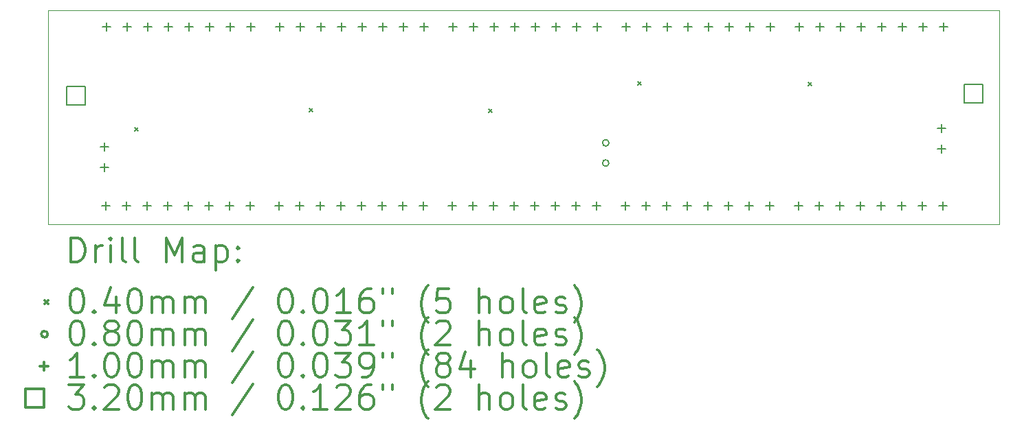
<source format=gbr>
%FSLAX45Y45*%
G04 Gerber Fmt 4.5, Leading zero omitted, Abs format (unit mm)*
G04 Created by KiCad (PCBNEW (5.1.8)-1) date 2021-04-28 16:51:16*
%MOMM*%
%LPD*%
G01*
G04 APERTURE LIST*
%TA.AperFunction,Profile*%
%ADD10C,0.050000*%
%TD*%
%ADD11C,0.200000*%
%ADD12C,0.300000*%
G04 APERTURE END LIST*
D10*
X16611600Y-10756900D02*
X4889500Y-10756900D01*
X4889500Y-8115300D02*
X4889500Y-10756900D01*
X16611600Y-8115300D02*
X4889500Y-8115300D01*
X16611600Y-10756900D02*
X16611600Y-8115300D01*
D11*
X5961700Y-9568500D02*
X6001700Y-9608500D01*
X6001700Y-9568500D02*
X5961700Y-9608500D01*
X8108000Y-9327200D02*
X8148000Y-9367200D01*
X8148000Y-9327200D02*
X8108000Y-9367200D01*
X10317800Y-9339900D02*
X10357800Y-9379900D01*
X10357800Y-9339900D02*
X10317800Y-9379900D01*
X12159300Y-8997000D02*
X12199300Y-9037000D01*
X12199300Y-8997000D02*
X12159300Y-9037000D01*
X14254800Y-9009700D02*
X14294800Y-9049700D01*
X14294800Y-9009700D02*
X14254800Y-9049700D01*
X11800200Y-9753600D02*
G75*
G03*
X11800200Y-9753600I-40000J0D01*
G01*
X11800200Y-10003600D02*
G75*
G03*
X11800200Y-10003600I-40000J0D01*
G01*
X9867900Y-10478300D02*
X9867900Y-10578300D01*
X9817900Y-10528300D02*
X9917900Y-10528300D01*
X10121900Y-10478300D02*
X10121900Y-10578300D01*
X10071900Y-10528300D02*
X10171900Y-10528300D01*
X10375900Y-10478300D02*
X10375900Y-10578300D01*
X10325900Y-10528300D02*
X10425900Y-10528300D01*
X10629900Y-10478300D02*
X10629900Y-10578300D01*
X10579900Y-10528300D02*
X10679900Y-10528300D01*
X10883900Y-10478300D02*
X10883900Y-10578300D01*
X10833900Y-10528300D02*
X10933900Y-10528300D01*
X11137900Y-10478300D02*
X11137900Y-10578300D01*
X11087900Y-10528300D02*
X11187900Y-10528300D01*
X11391900Y-10478300D02*
X11391900Y-10578300D01*
X11341900Y-10528300D02*
X11441900Y-10528300D01*
X11645900Y-10478300D02*
X11645900Y-10578300D01*
X11595900Y-10528300D02*
X11695900Y-10528300D01*
X12001500Y-10478300D02*
X12001500Y-10578300D01*
X11951500Y-10528300D02*
X12051500Y-10528300D01*
X12255500Y-10478300D02*
X12255500Y-10578300D01*
X12205500Y-10528300D02*
X12305500Y-10528300D01*
X12509500Y-10478300D02*
X12509500Y-10578300D01*
X12459500Y-10528300D02*
X12559500Y-10528300D01*
X12763500Y-10478300D02*
X12763500Y-10578300D01*
X12713500Y-10528300D02*
X12813500Y-10528300D01*
X13017500Y-10478300D02*
X13017500Y-10578300D01*
X12967500Y-10528300D02*
X13067500Y-10528300D01*
X13271500Y-10478300D02*
X13271500Y-10578300D01*
X13221500Y-10528300D02*
X13321500Y-10528300D01*
X13525500Y-10478300D02*
X13525500Y-10578300D01*
X13475500Y-10528300D02*
X13575500Y-10528300D01*
X13779500Y-10478300D02*
X13779500Y-10578300D01*
X13729500Y-10528300D02*
X13829500Y-10528300D01*
X14147800Y-8268500D02*
X14147800Y-8368500D01*
X14097800Y-8318500D02*
X14197800Y-8318500D01*
X14401800Y-8268500D02*
X14401800Y-8368500D01*
X14351800Y-8318500D02*
X14451800Y-8318500D01*
X14655800Y-8268500D02*
X14655800Y-8368500D01*
X14605800Y-8318500D02*
X14705800Y-8318500D01*
X14909800Y-8268500D02*
X14909800Y-8368500D01*
X14859800Y-8318500D02*
X14959800Y-8318500D01*
X15163800Y-8268500D02*
X15163800Y-8368500D01*
X15113800Y-8318500D02*
X15213800Y-8318500D01*
X15417800Y-8268500D02*
X15417800Y-8368500D01*
X15367800Y-8318500D02*
X15467800Y-8318500D01*
X15671800Y-8268500D02*
X15671800Y-8368500D01*
X15621800Y-8318500D02*
X15721800Y-8318500D01*
X15925800Y-8268500D02*
X15925800Y-8368500D01*
X15875800Y-8318500D02*
X15975800Y-8318500D01*
X7747000Y-8268500D02*
X7747000Y-8368500D01*
X7697000Y-8318500D02*
X7797000Y-8318500D01*
X8001000Y-8268500D02*
X8001000Y-8368500D01*
X7951000Y-8318500D02*
X8051000Y-8318500D01*
X8255000Y-8268500D02*
X8255000Y-8368500D01*
X8205000Y-8318500D02*
X8305000Y-8318500D01*
X8509000Y-8268500D02*
X8509000Y-8368500D01*
X8459000Y-8318500D02*
X8559000Y-8318500D01*
X8763000Y-8268500D02*
X8763000Y-8368500D01*
X8713000Y-8318500D02*
X8813000Y-8318500D01*
X9017000Y-8268500D02*
X9017000Y-8368500D01*
X8967000Y-8318500D02*
X9067000Y-8318500D01*
X9271000Y-8268500D02*
X9271000Y-8368500D01*
X9221000Y-8318500D02*
X9321000Y-8318500D01*
X9525000Y-8268500D02*
X9525000Y-8368500D01*
X9475000Y-8318500D02*
X9575000Y-8318500D01*
X9880600Y-8268500D02*
X9880600Y-8368500D01*
X9830600Y-8318500D02*
X9930600Y-8318500D01*
X10134600Y-8268500D02*
X10134600Y-8368500D01*
X10084600Y-8318500D02*
X10184600Y-8318500D01*
X10388600Y-8268500D02*
X10388600Y-8368500D01*
X10338600Y-8318500D02*
X10438600Y-8318500D01*
X10642600Y-8268500D02*
X10642600Y-8368500D01*
X10592600Y-8318500D02*
X10692600Y-8318500D01*
X10896600Y-8268500D02*
X10896600Y-8368500D01*
X10846600Y-8318500D02*
X10946600Y-8318500D01*
X11150600Y-8268500D02*
X11150600Y-8368500D01*
X11100600Y-8318500D02*
X11200600Y-8318500D01*
X11404600Y-8268500D02*
X11404600Y-8368500D01*
X11354600Y-8318500D02*
X11454600Y-8318500D01*
X11658600Y-8268500D02*
X11658600Y-8368500D01*
X11608600Y-8318500D02*
X11708600Y-8318500D01*
X5613400Y-8268500D02*
X5613400Y-8368500D01*
X5563400Y-8318500D02*
X5663400Y-8318500D01*
X5867400Y-8268500D02*
X5867400Y-8368500D01*
X5817400Y-8318500D02*
X5917400Y-8318500D01*
X6121400Y-8268500D02*
X6121400Y-8368500D01*
X6071400Y-8318500D02*
X6171400Y-8318500D01*
X6375400Y-8268500D02*
X6375400Y-8368500D01*
X6325400Y-8318500D02*
X6425400Y-8318500D01*
X6629400Y-8268500D02*
X6629400Y-8368500D01*
X6579400Y-8318500D02*
X6679400Y-8318500D01*
X6883400Y-8268500D02*
X6883400Y-8368500D01*
X6833400Y-8318500D02*
X6933400Y-8318500D01*
X7137400Y-8268500D02*
X7137400Y-8368500D01*
X7087400Y-8318500D02*
X7187400Y-8318500D01*
X7391400Y-8268500D02*
X7391400Y-8368500D01*
X7341400Y-8318500D02*
X7441400Y-8318500D01*
X15900400Y-9525800D02*
X15900400Y-9625800D01*
X15850400Y-9575800D02*
X15950400Y-9575800D01*
X15900400Y-9779800D02*
X15900400Y-9879800D01*
X15850400Y-9829800D02*
X15950400Y-9829800D01*
X12014200Y-8268500D02*
X12014200Y-8368500D01*
X11964200Y-8318500D02*
X12064200Y-8318500D01*
X12268200Y-8268500D02*
X12268200Y-8368500D01*
X12218200Y-8318500D02*
X12318200Y-8318500D01*
X12522200Y-8268500D02*
X12522200Y-8368500D01*
X12472200Y-8318500D02*
X12572200Y-8318500D01*
X12776200Y-8268500D02*
X12776200Y-8368500D01*
X12726200Y-8318500D02*
X12826200Y-8318500D01*
X13030200Y-8268500D02*
X13030200Y-8368500D01*
X12980200Y-8318500D02*
X13080200Y-8318500D01*
X13284200Y-8268500D02*
X13284200Y-8368500D01*
X13234200Y-8318500D02*
X13334200Y-8318500D01*
X13538200Y-8268500D02*
X13538200Y-8368500D01*
X13488200Y-8318500D02*
X13588200Y-8318500D01*
X13792200Y-8268500D02*
X13792200Y-8368500D01*
X13742200Y-8318500D02*
X13842200Y-8318500D01*
X7734300Y-10478300D02*
X7734300Y-10578300D01*
X7684300Y-10528300D02*
X7784300Y-10528300D01*
X7988300Y-10478300D02*
X7988300Y-10578300D01*
X7938300Y-10528300D02*
X8038300Y-10528300D01*
X8242300Y-10478300D02*
X8242300Y-10578300D01*
X8192300Y-10528300D02*
X8292300Y-10528300D01*
X8496300Y-10478300D02*
X8496300Y-10578300D01*
X8446300Y-10528300D02*
X8546300Y-10528300D01*
X8750300Y-10478300D02*
X8750300Y-10578300D01*
X8700300Y-10528300D02*
X8800300Y-10528300D01*
X9004300Y-10478300D02*
X9004300Y-10578300D01*
X8954300Y-10528300D02*
X9054300Y-10528300D01*
X9258300Y-10478300D02*
X9258300Y-10578300D01*
X9208300Y-10528300D02*
X9308300Y-10528300D01*
X9512300Y-10478300D02*
X9512300Y-10578300D01*
X9462300Y-10528300D02*
X9562300Y-10528300D01*
X14135100Y-10478300D02*
X14135100Y-10578300D01*
X14085100Y-10528300D02*
X14185100Y-10528300D01*
X14389100Y-10478300D02*
X14389100Y-10578300D01*
X14339100Y-10528300D02*
X14439100Y-10528300D01*
X14643100Y-10478300D02*
X14643100Y-10578300D01*
X14593100Y-10528300D02*
X14693100Y-10528300D01*
X14897100Y-10478300D02*
X14897100Y-10578300D01*
X14847100Y-10528300D02*
X14947100Y-10528300D01*
X15151100Y-10478300D02*
X15151100Y-10578300D01*
X15101100Y-10528300D02*
X15201100Y-10528300D01*
X15405100Y-10478300D02*
X15405100Y-10578300D01*
X15355100Y-10528300D02*
X15455100Y-10528300D01*
X15659100Y-10478300D02*
X15659100Y-10578300D01*
X15609100Y-10528300D02*
X15709100Y-10528300D01*
X15913100Y-10478300D02*
X15913100Y-10578300D01*
X15863100Y-10528300D02*
X15963100Y-10528300D01*
X5600700Y-10478300D02*
X5600700Y-10578300D01*
X5550700Y-10528300D02*
X5650700Y-10528300D01*
X5854700Y-10478300D02*
X5854700Y-10578300D01*
X5804700Y-10528300D02*
X5904700Y-10528300D01*
X6108700Y-10478300D02*
X6108700Y-10578300D01*
X6058700Y-10528300D02*
X6158700Y-10528300D01*
X6362700Y-10478300D02*
X6362700Y-10578300D01*
X6312700Y-10528300D02*
X6412700Y-10528300D01*
X6616700Y-10478300D02*
X6616700Y-10578300D01*
X6566700Y-10528300D02*
X6666700Y-10528300D01*
X6870700Y-10478300D02*
X6870700Y-10578300D01*
X6820700Y-10528300D02*
X6920700Y-10528300D01*
X7124700Y-10478300D02*
X7124700Y-10578300D01*
X7074700Y-10528300D02*
X7174700Y-10528300D01*
X7378700Y-10478300D02*
X7378700Y-10578300D01*
X7328700Y-10528300D02*
X7428700Y-10528300D01*
X5588000Y-9754400D02*
X5588000Y-9854400D01*
X5538000Y-9804400D02*
X5638000Y-9804400D01*
X5588000Y-10008400D02*
X5588000Y-10108400D01*
X5538000Y-10058400D02*
X5638000Y-10058400D01*
X16407238Y-9257138D02*
X16407238Y-9030862D01*
X16180962Y-9030862D01*
X16180962Y-9257138D01*
X16407238Y-9257138D01*
X5345538Y-9282538D02*
X5345538Y-9056262D01*
X5119262Y-9056262D01*
X5119262Y-9282538D01*
X5345538Y-9282538D01*
D12*
X5173428Y-11225114D02*
X5173428Y-10925114D01*
X5244857Y-10925114D01*
X5287714Y-10939400D01*
X5316286Y-10967972D01*
X5330571Y-10996543D01*
X5344857Y-11053686D01*
X5344857Y-11096543D01*
X5330571Y-11153686D01*
X5316286Y-11182257D01*
X5287714Y-11210829D01*
X5244857Y-11225114D01*
X5173428Y-11225114D01*
X5473428Y-11225114D02*
X5473428Y-11025114D01*
X5473428Y-11082257D02*
X5487714Y-11053686D01*
X5502000Y-11039400D01*
X5530571Y-11025114D01*
X5559143Y-11025114D01*
X5659143Y-11225114D02*
X5659143Y-11025114D01*
X5659143Y-10925114D02*
X5644857Y-10939400D01*
X5659143Y-10953686D01*
X5673428Y-10939400D01*
X5659143Y-10925114D01*
X5659143Y-10953686D01*
X5844857Y-11225114D02*
X5816286Y-11210829D01*
X5802000Y-11182257D01*
X5802000Y-10925114D01*
X6002000Y-11225114D02*
X5973428Y-11210829D01*
X5959143Y-11182257D01*
X5959143Y-10925114D01*
X6344857Y-11225114D02*
X6344857Y-10925114D01*
X6444857Y-11139400D01*
X6544857Y-10925114D01*
X6544857Y-11225114D01*
X6816286Y-11225114D02*
X6816286Y-11067972D01*
X6802000Y-11039400D01*
X6773428Y-11025114D01*
X6716286Y-11025114D01*
X6687714Y-11039400D01*
X6816286Y-11210829D02*
X6787714Y-11225114D01*
X6716286Y-11225114D01*
X6687714Y-11210829D01*
X6673428Y-11182257D01*
X6673428Y-11153686D01*
X6687714Y-11125114D01*
X6716286Y-11110829D01*
X6787714Y-11110829D01*
X6816286Y-11096543D01*
X6959143Y-11025114D02*
X6959143Y-11325114D01*
X6959143Y-11039400D02*
X6987714Y-11025114D01*
X7044857Y-11025114D01*
X7073428Y-11039400D01*
X7087714Y-11053686D01*
X7102000Y-11082257D01*
X7102000Y-11167972D01*
X7087714Y-11196543D01*
X7073428Y-11210829D01*
X7044857Y-11225114D01*
X6987714Y-11225114D01*
X6959143Y-11210829D01*
X7230571Y-11196543D02*
X7244857Y-11210829D01*
X7230571Y-11225114D01*
X7216286Y-11210829D01*
X7230571Y-11196543D01*
X7230571Y-11225114D01*
X7230571Y-11039400D02*
X7244857Y-11053686D01*
X7230571Y-11067972D01*
X7216286Y-11053686D01*
X7230571Y-11039400D01*
X7230571Y-11067972D01*
X4847000Y-11699400D02*
X4887000Y-11739400D01*
X4887000Y-11699400D02*
X4847000Y-11739400D01*
X5230571Y-11555114D02*
X5259143Y-11555114D01*
X5287714Y-11569400D01*
X5302000Y-11583686D01*
X5316286Y-11612257D01*
X5330571Y-11669400D01*
X5330571Y-11740829D01*
X5316286Y-11797971D01*
X5302000Y-11826543D01*
X5287714Y-11840829D01*
X5259143Y-11855114D01*
X5230571Y-11855114D01*
X5202000Y-11840829D01*
X5187714Y-11826543D01*
X5173428Y-11797971D01*
X5159143Y-11740829D01*
X5159143Y-11669400D01*
X5173428Y-11612257D01*
X5187714Y-11583686D01*
X5202000Y-11569400D01*
X5230571Y-11555114D01*
X5459143Y-11826543D02*
X5473428Y-11840829D01*
X5459143Y-11855114D01*
X5444857Y-11840829D01*
X5459143Y-11826543D01*
X5459143Y-11855114D01*
X5730571Y-11655114D02*
X5730571Y-11855114D01*
X5659143Y-11540829D02*
X5587714Y-11755114D01*
X5773428Y-11755114D01*
X5944857Y-11555114D02*
X5973428Y-11555114D01*
X6002000Y-11569400D01*
X6016286Y-11583686D01*
X6030571Y-11612257D01*
X6044857Y-11669400D01*
X6044857Y-11740829D01*
X6030571Y-11797971D01*
X6016286Y-11826543D01*
X6002000Y-11840829D01*
X5973428Y-11855114D01*
X5944857Y-11855114D01*
X5916286Y-11840829D01*
X5902000Y-11826543D01*
X5887714Y-11797971D01*
X5873428Y-11740829D01*
X5873428Y-11669400D01*
X5887714Y-11612257D01*
X5902000Y-11583686D01*
X5916286Y-11569400D01*
X5944857Y-11555114D01*
X6173428Y-11855114D02*
X6173428Y-11655114D01*
X6173428Y-11683686D02*
X6187714Y-11669400D01*
X6216286Y-11655114D01*
X6259143Y-11655114D01*
X6287714Y-11669400D01*
X6302000Y-11697971D01*
X6302000Y-11855114D01*
X6302000Y-11697971D02*
X6316286Y-11669400D01*
X6344857Y-11655114D01*
X6387714Y-11655114D01*
X6416286Y-11669400D01*
X6430571Y-11697971D01*
X6430571Y-11855114D01*
X6573428Y-11855114D02*
X6573428Y-11655114D01*
X6573428Y-11683686D02*
X6587714Y-11669400D01*
X6616286Y-11655114D01*
X6659143Y-11655114D01*
X6687714Y-11669400D01*
X6702000Y-11697971D01*
X6702000Y-11855114D01*
X6702000Y-11697971D02*
X6716286Y-11669400D01*
X6744857Y-11655114D01*
X6787714Y-11655114D01*
X6816286Y-11669400D01*
X6830571Y-11697971D01*
X6830571Y-11855114D01*
X7416286Y-11540829D02*
X7159143Y-11926543D01*
X7802000Y-11555114D02*
X7830571Y-11555114D01*
X7859143Y-11569400D01*
X7873428Y-11583686D01*
X7887714Y-11612257D01*
X7902000Y-11669400D01*
X7902000Y-11740829D01*
X7887714Y-11797971D01*
X7873428Y-11826543D01*
X7859143Y-11840829D01*
X7830571Y-11855114D01*
X7802000Y-11855114D01*
X7773428Y-11840829D01*
X7759143Y-11826543D01*
X7744857Y-11797971D01*
X7730571Y-11740829D01*
X7730571Y-11669400D01*
X7744857Y-11612257D01*
X7759143Y-11583686D01*
X7773428Y-11569400D01*
X7802000Y-11555114D01*
X8030571Y-11826543D02*
X8044857Y-11840829D01*
X8030571Y-11855114D01*
X8016286Y-11840829D01*
X8030571Y-11826543D01*
X8030571Y-11855114D01*
X8230571Y-11555114D02*
X8259143Y-11555114D01*
X8287714Y-11569400D01*
X8302000Y-11583686D01*
X8316286Y-11612257D01*
X8330571Y-11669400D01*
X8330571Y-11740829D01*
X8316286Y-11797971D01*
X8302000Y-11826543D01*
X8287714Y-11840829D01*
X8259143Y-11855114D01*
X8230571Y-11855114D01*
X8202000Y-11840829D01*
X8187714Y-11826543D01*
X8173428Y-11797971D01*
X8159143Y-11740829D01*
X8159143Y-11669400D01*
X8173428Y-11612257D01*
X8187714Y-11583686D01*
X8202000Y-11569400D01*
X8230571Y-11555114D01*
X8616286Y-11855114D02*
X8444857Y-11855114D01*
X8530571Y-11855114D02*
X8530571Y-11555114D01*
X8502000Y-11597971D01*
X8473428Y-11626543D01*
X8444857Y-11640829D01*
X8873428Y-11555114D02*
X8816286Y-11555114D01*
X8787714Y-11569400D01*
X8773428Y-11583686D01*
X8744857Y-11626543D01*
X8730571Y-11683686D01*
X8730571Y-11797971D01*
X8744857Y-11826543D01*
X8759143Y-11840829D01*
X8787714Y-11855114D01*
X8844857Y-11855114D01*
X8873428Y-11840829D01*
X8887714Y-11826543D01*
X8902000Y-11797971D01*
X8902000Y-11726543D01*
X8887714Y-11697971D01*
X8873428Y-11683686D01*
X8844857Y-11669400D01*
X8787714Y-11669400D01*
X8759143Y-11683686D01*
X8744857Y-11697971D01*
X8730571Y-11726543D01*
X9016286Y-11555114D02*
X9016286Y-11612257D01*
X9130571Y-11555114D02*
X9130571Y-11612257D01*
X9573428Y-11969400D02*
X9559143Y-11955114D01*
X9530571Y-11912257D01*
X9516286Y-11883686D01*
X9502000Y-11840829D01*
X9487714Y-11769400D01*
X9487714Y-11712257D01*
X9502000Y-11640829D01*
X9516286Y-11597971D01*
X9530571Y-11569400D01*
X9559143Y-11526543D01*
X9573428Y-11512257D01*
X9830571Y-11555114D02*
X9687714Y-11555114D01*
X9673428Y-11697971D01*
X9687714Y-11683686D01*
X9716286Y-11669400D01*
X9787714Y-11669400D01*
X9816286Y-11683686D01*
X9830571Y-11697971D01*
X9844857Y-11726543D01*
X9844857Y-11797971D01*
X9830571Y-11826543D01*
X9816286Y-11840829D01*
X9787714Y-11855114D01*
X9716286Y-11855114D01*
X9687714Y-11840829D01*
X9673428Y-11826543D01*
X10202000Y-11855114D02*
X10202000Y-11555114D01*
X10330571Y-11855114D02*
X10330571Y-11697971D01*
X10316286Y-11669400D01*
X10287714Y-11655114D01*
X10244857Y-11655114D01*
X10216286Y-11669400D01*
X10202000Y-11683686D01*
X10516286Y-11855114D02*
X10487714Y-11840829D01*
X10473428Y-11826543D01*
X10459143Y-11797971D01*
X10459143Y-11712257D01*
X10473428Y-11683686D01*
X10487714Y-11669400D01*
X10516286Y-11655114D01*
X10559143Y-11655114D01*
X10587714Y-11669400D01*
X10602000Y-11683686D01*
X10616286Y-11712257D01*
X10616286Y-11797971D01*
X10602000Y-11826543D01*
X10587714Y-11840829D01*
X10559143Y-11855114D01*
X10516286Y-11855114D01*
X10787714Y-11855114D02*
X10759143Y-11840829D01*
X10744857Y-11812257D01*
X10744857Y-11555114D01*
X11016286Y-11840829D02*
X10987714Y-11855114D01*
X10930571Y-11855114D01*
X10902000Y-11840829D01*
X10887714Y-11812257D01*
X10887714Y-11697971D01*
X10902000Y-11669400D01*
X10930571Y-11655114D01*
X10987714Y-11655114D01*
X11016286Y-11669400D01*
X11030571Y-11697971D01*
X11030571Y-11726543D01*
X10887714Y-11755114D01*
X11144857Y-11840829D02*
X11173428Y-11855114D01*
X11230571Y-11855114D01*
X11259143Y-11840829D01*
X11273428Y-11812257D01*
X11273428Y-11797971D01*
X11259143Y-11769400D01*
X11230571Y-11755114D01*
X11187714Y-11755114D01*
X11159143Y-11740829D01*
X11144857Y-11712257D01*
X11144857Y-11697971D01*
X11159143Y-11669400D01*
X11187714Y-11655114D01*
X11230571Y-11655114D01*
X11259143Y-11669400D01*
X11373428Y-11969400D02*
X11387714Y-11955114D01*
X11416286Y-11912257D01*
X11430571Y-11883686D01*
X11444857Y-11840829D01*
X11459143Y-11769400D01*
X11459143Y-11712257D01*
X11444857Y-11640829D01*
X11430571Y-11597971D01*
X11416286Y-11569400D01*
X11387714Y-11526543D01*
X11373428Y-11512257D01*
X4887000Y-12115400D02*
G75*
G03*
X4887000Y-12115400I-40000J0D01*
G01*
X5230571Y-11951114D02*
X5259143Y-11951114D01*
X5287714Y-11965400D01*
X5302000Y-11979686D01*
X5316286Y-12008257D01*
X5330571Y-12065400D01*
X5330571Y-12136829D01*
X5316286Y-12193971D01*
X5302000Y-12222543D01*
X5287714Y-12236829D01*
X5259143Y-12251114D01*
X5230571Y-12251114D01*
X5202000Y-12236829D01*
X5187714Y-12222543D01*
X5173428Y-12193971D01*
X5159143Y-12136829D01*
X5159143Y-12065400D01*
X5173428Y-12008257D01*
X5187714Y-11979686D01*
X5202000Y-11965400D01*
X5230571Y-11951114D01*
X5459143Y-12222543D02*
X5473428Y-12236829D01*
X5459143Y-12251114D01*
X5444857Y-12236829D01*
X5459143Y-12222543D01*
X5459143Y-12251114D01*
X5644857Y-12079686D02*
X5616286Y-12065400D01*
X5602000Y-12051114D01*
X5587714Y-12022543D01*
X5587714Y-12008257D01*
X5602000Y-11979686D01*
X5616286Y-11965400D01*
X5644857Y-11951114D01*
X5702000Y-11951114D01*
X5730571Y-11965400D01*
X5744857Y-11979686D01*
X5759143Y-12008257D01*
X5759143Y-12022543D01*
X5744857Y-12051114D01*
X5730571Y-12065400D01*
X5702000Y-12079686D01*
X5644857Y-12079686D01*
X5616286Y-12093971D01*
X5602000Y-12108257D01*
X5587714Y-12136829D01*
X5587714Y-12193971D01*
X5602000Y-12222543D01*
X5616286Y-12236829D01*
X5644857Y-12251114D01*
X5702000Y-12251114D01*
X5730571Y-12236829D01*
X5744857Y-12222543D01*
X5759143Y-12193971D01*
X5759143Y-12136829D01*
X5744857Y-12108257D01*
X5730571Y-12093971D01*
X5702000Y-12079686D01*
X5944857Y-11951114D02*
X5973428Y-11951114D01*
X6002000Y-11965400D01*
X6016286Y-11979686D01*
X6030571Y-12008257D01*
X6044857Y-12065400D01*
X6044857Y-12136829D01*
X6030571Y-12193971D01*
X6016286Y-12222543D01*
X6002000Y-12236829D01*
X5973428Y-12251114D01*
X5944857Y-12251114D01*
X5916286Y-12236829D01*
X5902000Y-12222543D01*
X5887714Y-12193971D01*
X5873428Y-12136829D01*
X5873428Y-12065400D01*
X5887714Y-12008257D01*
X5902000Y-11979686D01*
X5916286Y-11965400D01*
X5944857Y-11951114D01*
X6173428Y-12251114D02*
X6173428Y-12051114D01*
X6173428Y-12079686D02*
X6187714Y-12065400D01*
X6216286Y-12051114D01*
X6259143Y-12051114D01*
X6287714Y-12065400D01*
X6302000Y-12093971D01*
X6302000Y-12251114D01*
X6302000Y-12093971D02*
X6316286Y-12065400D01*
X6344857Y-12051114D01*
X6387714Y-12051114D01*
X6416286Y-12065400D01*
X6430571Y-12093971D01*
X6430571Y-12251114D01*
X6573428Y-12251114D02*
X6573428Y-12051114D01*
X6573428Y-12079686D02*
X6587714Y-12065400D01*
X6616286Y-12051114D01*
X6659143Y-12051114D01*
X6687714Y-12065400D01*
X6702000Y-12093971D01*
X6702000Y-12251114D01*
X6702000Y-12093971D02*
X6716286Y-12065400D01*
X6744857Y-12051114D01*
X6787714Y-12051114D01*
X6816286Y-12065400D01*
X6830571Y-12093971D01*
X6830571Y-12251114D01*
X7416286Y-11936829D02*
X7159143Y-12322543D01*
X7802000Y-11951114D02*
X7830571Y-11951114D01*
X7859143Y-11965400D01*
X7873428Y-11979686D01*
X7887714Y-12008257D01*
X7902000Y-12065400D01*
X7902000Y-12136829D01*
X7887714Y-12193971D01*
X7873428Y-12222543D01*
X7859143Y-12236829D01*
X7830571Y-12251114D01*
X7802000Y-12251114D01*
X7773428Y-12236829D01*
X7759143Y-12222543D01*
X7744857Y-12193971D01*
X7730571Y-12136829D01*
X7730571Y-12065400D01*
X7744857Y-12008257D01*
X7759143Y-11979686D01*
X7773428Y-11965400D01*
X7802000Y-11951114D01*
X8030571Y-12222543D02*
X8044857Y-12236829D01*
X8030571Y-12251114D01*
X8016286Y-12236829D01*
X8030571Y-12222543D01*
X8030571Y-12251114D01*
X8230571Y-11951114D02*
X8259143Y-11951114D01*
X8287714Y-11965400D01*
X8302000Y-11979686D01*
X8316286Y-12008257D01*
X8330571Y-12065400D01*
X8330571Y-12136829D01*
X8316286Y-12193971D01*
X8302000Y-12222543D01*
X8287714Y-12236829D01*
X8259143Y-12251114D01*
X8230571Y-12251114D01*
X8202000Y-12236829D01*
X8187714Y-12222543D01*
X8173428Y-12193971D01*
X8159143Y-12136829D01*
X8159143Y-12065400D01*
X8173428Y-12008257D01*
X8187714Y-11979686D01*
X8202000Y-11965400D01*
X8230571Y-11951114D01*
X8430571Y-11951114D02*
X8616286Y-11951114D01*
X8516286Y-12065400D01*
X8559143Y-12065400D01*
X8587714Y-12079686D01*
X8602000Y-12093971D01*
X8616286Y-12122543D01*
X8616286Y-12193971D01*
X8602000Y-12222543D01*
X8587714Y-12236829D01*
X8559143Y-12251114D01*
X8473428Y-12251114D01*
X8444857Y-12236829D01*
X8430571Y-12222543D01*
X8902000Y-12251114D02*
X8730571Y-12251114D01*
X8816286Y-12251114D02*
X8816286Y-11951114D01*
X8787714Y-11993971D01*
X8759143Y-12022543D01*
X8730571Y-12036829D01*
X9016286Y-11951114D02*
X9016286Y-12008257D01*
X9130571Y-11951114D02*
X9130571Y-12008257D01*
X9573428Y-12365400D02*
X9559143Y-12351114D01*
X9530571Y-12308257D01*
X9516286Y-12279686D01*
X9502000Y-12236829D01*
X9487714Y-12165400D01*
X9487714Y-12108257D01*
X9502000Y-12036829D01*
X9516286Y-11993971D01*
X9530571Y-11965400D01*
X9559143Y-11922543D01*
X9573428Y-11908257D01*
X9673428Y-11979686D02*
X9687714Y-11965400D01*
X9716286Y-11951114D01*
X9787714Y-11951114D01*
X9816286Y-11965400D01*
X9830571Y-11979686D01*
X9844857Y-12008257D01*
X9844857Y-12036829D01*
X9830571Y-12079686D01*
X9659143Y-12251114D01*
X9844857Y-12251114D01*
X10202000Y-12251114D02*
X10202000Y-11951114D01*
X10330571Y-12251114D02*
X10330571Y-12093971D01*
X10316286Y-12065400D01*
X10287714Y-12051114D01*
X10244857Y-12051114D01*
X10216286Y-12065400D01*
X10202000Y-12079686D01*
X10516286Y-12251114D02*
X10487714Y-12236829D01*
X10473428Y-12222543D01*
X10459143Y-12193971D01*
X10459143Y-12108257D01*
X10473428Y-12079686D01*
X10487714Y-12065400D01*
X10516286Y-12051114D01*
X10559143Y-12051114D01*
X10587714Y-12065400D01*
X10602000Y-12079686D01*
X10616286Y-12108257D01*
X10616286Y-12193971D01*
X10602000Y-12222543D01*
X10587714Y-12236829D01*
X10559143Y-12251114D01*
X10516286Y-12251114D01*
X10787714Y-12251114D02*
X10759143Y-12236829D01*
X10744857Y-12208257D01*
X10744857Y-11951114D01*
X11016286Y-12236829D02*
X10987714Y-12251114D01*
X10930571Y-12251114D01*
X10902000Y-12236829D01*
X10887714Y-12208257D01*
X10887714Y-12093971D01*
X10902000Y-12065400D01*
X10930571Y-12051114D01*
X10987714Y-12051114D01*
X11016286Y-12065400D01*
X11030571Y-12093971D01*
X11030571Y-12122543D01*
X10887714Y-12151114D01*
X11144857Y-12236829D02*
X11173428Y-12251114D01*
X11230571Y-12251114D01*
X11259143Y-12236829D01*
X11273428Y-12208257D01*
X11273428Y-12193971D01*
X11259143Y-12165400D01*
X11230571Y-12151114D01*
X11187714Y-12151114D01*
X11159143Y-12136829D01*
X11144857Y-12108257D01*
X11144857Y-12093971D01*
X11159143Y-12065400D01*
X11187714Y-12051114D01*
X11230571Y-12051114D01*
X11259143Y-12065400D01*
X11373428Y-12365400D02*
X11387714Y-12351114D01*
X11416286Y-12308257D01*
X11430571Y-12279686D01*
X11444857Y-12236829D01*
X11459143Y-12165400D01*
X11459143Y-12108257D01*
X11444857Y-12036829D01*
X11430571Y-11993971D01*
X11416286Y-11965400D01*
X11387714Y-11922543D01*
X11373428Y-11908257D01*
X4837000Y-12461400D02*
X4837000Y-12561400D01*
X4787000Y-12511400D02*
X4887000Y-12511400D01*
X5330571Y-12647114D02*
X5159143Y-12647114D01*
X5244857Y-12647114D02*
X5244857Y-12347114D01*
X5216286Y-12389971D01*
X5187714Y-12418543D01*
X5159143Y-12432829D01*
X5459143Y-12618543D02*
X5473428Y-12632829D01*
X5459143Y-12647114D01*
X5444857Y-12632829D01*
X5459143Y-12618543D01*
X5459143Y-12647114D01*
X5659143Y-12347114D02*
X5687714Y-12347114D01*
X5716286Y-12361400D01*
X5730571Y-12375686D01*
X5744857Y-12404257D01*
X5759143Y-12461400D01*
X5759143Y-12532829D01*
X5744857Y-12589971D01*
X5730571Y-12618543D01*
X5716286Y-12632829D01*
X5687714Y-12647114D01*
X5659143Y-12647114D01*
X5630571Y-12632829D01*
X5616286Y-12618543D01*
X5602000Y-12589971D01*
X5587714Y-12532829D01*
X5587714Y-12461400D01*
X5602000Y-12404257D01*
X5616286Y-12375686D01*
X5630571Y-12361400D01*
X5659143Y-12347114D01*
X5944857Y-12347114D02*
X5973428Y-12347114D01*
X6002000Y-12361400D01*
X6016286Y-12375686D01*
X6030571Y-12404257D01*
X6044857Y-12461400D01*
X6044857Y-12532829D01*
X6030571Y-12589971D01*
X6016286Y-12618543D01*
X6002000Y-12632829D01*
X5973428Y-12647114D01*
X5944857Y-12647114D01*
X5916286Y-12632829D01*
X5902000Y-12618543D01*
X5887714Y-12589971D01*
X5873428Y-12532829D01*
X5873428Y-12461400D01*
X5887714Y-12404257D01*
X5902000Y-12375686D01*
X5916286Y-12361400D01*
X5944857Y-12347114D01*
X6173428Y-12647114D02*
X6173428Y-12447114D01*
X6173428Y-12475686D02*
X6187714Y-12461400D01*
X6216286Y-12447114D01*
X6259143Y-12447114D01*
X6287714Y-12461400D01*
X6302000Y-12489971D01*
X6302000Y-12647114D01*
X6302000Y-12489971D02*
X6316286Y-12461400D01*
X6344857Y-12447114D01*
X6387714Y-12447114D01*
X6416286Y-12461400D01*
X6430571Y-12489971D01*
X6430571Y-12647114D01*
X6573428Y-12647114D02*
X6573428Y-12447114D01*
X6573428Y-12475686D02*
X6587714Y-12461400D01*
X6616286Y-12447114D01*
X6659143Y-12447114D01*
X6687714Y-12461400D01*
X6702000Y-12489971D01*
X6702000Y-12647114D01*
X6702000Y-12489971D02*
X6716286Y-12461400D01*
X6744857Y-12447114D01*
X6787714Y-12447114D01*
X6816286Y-12461400D01*
X6830571Y-12489971D01*
X6830571Y-12647114D01*
X7416286Y-12332829D02*
X7159143Y-12718543D01*
X7802000Y-12347114D02*
X7830571Y-12347114D01*
X7859143Y-12361400D01*
X7873428Y-12375686D01*
X7887714Y-12404257D01*
X7902000Y-12461400D01*
X7902000Y-12532829D01*
X7887714Y-12589971D01*
X7873428Y-12618543D01*
X7859143Y-12632829D01*
X7830571Y-12647114D01*
X7802000Y-12647114D01*
X7773428Y-12632829D01*
X7759143Y-12618543D01*
X7744857Y-12589971D01*
X7730571Y-12532829D01*
X7730571Y-12461400D01*
X7744857Y-12404257D01*
X7759143Y-12375686D01*
X7773428Y-12361400D01*
X7802000Y-12347114D01*
X8030571Y-12618543D02*
X8044857Y-12632829D01*
X8030571Y-12647114D01*
X8016286Y-12632829D01*
X8030571Y-12618543D01*
X8030571Y-12647114D01*
X8230571Y-12347114D02*
X8259143Y-12347114D01*
X8287714Y-12361400D01*
X8302000Y-12375686D01*
X8316286Y-12404257D01*
X8330571Y-12461400D01*
X8330571Y-12532829D01*
X8316286Y-12589971D01*
X8302000Y-12618543D01*
X8287714Y-12632829D01*
X8259143Y-12647114D01*
X8230571Y-12647114D01*
X8202000Y-12632829D01*
X8187714Y-12618543D01*
X8173428Y-12589971D01*
X8159143Y-12532829D01*
X8159143Y-12461400D01*
X8173428Y-12404257D01*
X8187714Y-12375686D01*
X8202000Y-12361400D01*
X8230571Y-12347114D01*
X8430571Y-12347114D02*
X8616286Y-12347114D01*
X8516286Y-12461400D01*
X8559143Y-12461400D01*
X8587714Y-12475686D01*
X8602000Y-12489971D01*
X8616286Y-12518543D01*
X8616286Y-12589971D01*
X8602000Y-12618543D01*
X8587714Y-12632829D01*
X8559143Y-12647114D01*
X8473428Y-12647114D01*
X8444857Y-12632829D01*
X8430571Y-12618543D01*
X8759143Y-12647114D02*
X8816286Y-12647114D01*
X8844857Y-12632829D01*
X8859143Y-12618543D01*
X8887714Y-12575686D01*
X8902000Y-12518543D01*
X8902000Y-12404257D01*
X8887714Y-12375686D01*
X8873428Y-12361400D01*
X8844857Y-12347114D01*
X8787714Y-12347114D01*
X8759143Y-12361400D01*
X8744857Y-12375686D01*
X8730571Y-12404257D01*
X8730571Y-12475686D01*
X8744857Y-12504257D01*
X8759143Y-12518543D01*
X8787714Y-12532829D01*
X8844857Y-12532829D01*
X8873428Y-12518543D01*
X8887714Y-12504257D01*
X8902000Y-12475686D01*
X9016286Y-12347114D02*
X9016286Y-12404257D01*
X9130571Y-12347114D02*
X9130571Y-12404257D01*
X9573428Y-12761400D02*
X9559143Y-12747114D01*
X9530571Y-12704257D01*
X9516286Y-12675686D01*
X9502000Y-12632829D01*
X9487714Y-12561400D01*
X9487714Y-12504257D01*
X9502000Y-12432829D01*
X9516286Y-12389971D01*
X9530571Y-12361400D01*
X9559143Y-12318543D01*
X9573428Y-12304257D01*
X9730571Y-12475686D02*
X9702000Y-12461400D01*
X9687714Y-12447114D01*
X9673428Y-12418543D01*
X9673428Y-12404257D01*
X9687714Y-12375686D01*
X9702000Y-12361400D01*
X9730571Y-12347114D01*
X9787714Y-12347114D01*
X9816286Y-12361400D01*
X9830571Y-12375686D01*
X9844857Y-12404257D01*
X9844857Y-12418543D01*
X9830571Y-12447114D01*
X9816286Y-12461400D01*
X9787714Y-12475686D01*
X9730571Y-12475686D01*
X9702000Y-12489971D01*
X9687714Y-12504257D01*
X9673428Y-12532829D01*
X9673428Y-12589971D01*
X9687714Y-12618543D01*
X9702000Y-12632829D01*
X9730571Y-12647114D01*
X9787714Y-12647114D01*
X9816286Y-12632829D01*
X9830571Y-12618543D01*
X9844857Y-12589971D01*
X9844857Y-12532829D01*
X9830571Y-12504257D01*
X9816286Y-12489971D01*
X9787714Y-12475686D01*
X10102000Y-12447114D02*
X10102000Y-12647114D01*
X10030571Y-12332829D02*
X9959143Y-12547114D01*
X10144857Y-12547114D01*
X10487714Y-12647114D02*
X10487714Y-12347114D01*
X10616286Y-12647114D02*
X10616286Y-12489971D01*
X10602000Y-12461400D01*
X10573428Y-12447114D01*
X10530571Y-12447114D01*
X10502000Y-12461400D01*
X10487714Y-12475686D01*
X10802000Y-12647114D02*
X10773428Y-12632829D01*
X10759143Y-12618543D01*
X10744857Y-12589971D01*
X10744857Y-12504257D01*
X10759143Y-12475686D01*
X10773428Y-12461400D01*
X10802000Y-12447114D01*
X10844857Y-12447114D01*
X10873428Y-12461400D01*
X10887714Y-12475686D01*
X10902000Y-12504257D01*
X10902000Y-12589971D01*
X10887714Y-12618543D01*
X10873428Y-12632829D01*
X10844857Y-12647114D01*
X10802000Y-12647114D01*
X11073428Y-12647114D02*
X11044857Y-12632829D01*
X11030571Y-12604257D01*
X11030571Y-12347114D01*
X11302000Y-12632829D02*
X11273428Y-12647114D01*
X11216286Y-12647114D01*
X11187714Y-12632829D01*
X11173428Y-12604257D01*
X11173428Y-12489971D01*
X11187714Y-12461400D01*
X11216286Y-12447114D01*
X11273428Y-12447114D01*
X11302000Y-12461400D01*
X11316286Y-12489971D01*
X11316286Y-12518543D01*
X11173428Y-12547114D01*
X11430571Y-12632829D02*
X11459143Y-12647114D01*
X11516286Y-12647114D01*
X11544857Y-12632829D01*
X11559143Y-12604257D01*
X11559143Y-12589971D01*
X11544857Y-12561400D01*
X11516286Y-12547114D01*
X11473428Y-12547114D01*
X11444857Y-12532829D01*
X11430571Y-12504257D01*
X11430571Y-12489971D01*
X11444857Y-12461400D01*
X11473428Y-12447114D01*
X11516286Y-12447114D01*
X11544857Y-12461400D01*
X11659143Y-12761400D02*
X11673428Y-12747114D01*
X11702000Y-12704257D01*
X11716286Y-12675686D01*
X11730571Y-12632829D01*
X11744857Y-12561400D01*
X11744857Y-12504257D01*
X11730571Y-12432829D01*
X11716286Y-12389971D01*
X11702000Y-12361400D01*
X11673428Y-12318543D01*
X11659143Y-12304257D01*
X4840138Y-13020538D02*
X4840138Y-12794262D01*
X4613862Y-12794262D01*
X4613862Y-13020538D01*
X4840138Y-13020538D01*
X5144857Y-12743114D02*
X5330571Y-12743114D01*
X5230571Y-12857400D01*
X5273428Y-12857400D01*
X5302000Y-12871686D01*
X5316286Y-12885971D01*
X5330571Y-12914543D01*
X5330571Y-12985971D01*
X5316286Y-13014543D01*
X5302000Y-13028829D01*
X5273428Y-13043114D01*
X5187714Y-13043114D01*
X5159143Y-13028829D01*
X5144857Y-13014543D01*
X5459143Y-13014543D02*
X5473428Y-13028829D01*
X5459143Y-13043114D01*
X5444857Y-13028829D01*
X5459143Y-13014543D01*
X5459143Y-13043114D01*
X5587714Y-12771686D02*
X5602000Y-12757400D01*
X5630571Y-12743114D01*
X5702000Y-12743114D01*
X5730571Y-12757400D01*
X5744857Y-12771686D01*
X5759143Y-12800257D01*
X5759143Y-12828829D01*
X5744857Y-12871686D01*
X5573428Y-13043114D01*
X5759143Y-13043114D01*
X5944857Y-12743114D02*
X5973428Y-12743114D01*
X6002000Y-12757400D01*
X6016286Y-12771686D01*
X6030571Y-12800257D01*
X6044857Y-12857400D01*
X6044857Y-12928829D01*
X6030571Y-12985971D01*
X6016286Y-13014543D01*
X6002000Y-13028829D01*
X5973428Y-13043114D01*
X5944857Y-13043114D01*
X5916286Y-13028829D01*
X5902000Y-13014543D01*
X5887714Y-12985971D01*
X5873428Y-12928829D01*
X5873428Y-12857400D01*
X5887714Y-12800257D01*
X5902000Y-12771686D01*
X5916286Y-12757400D01*
X5944857Y-12743114D01*
X6173428Y-13043114D02*
X6173428Y-12843114D01*
X6173428Y-12871686D02*
X6187714Y-12857400D01*
X6216286Y-12843114D01*
X6259143Y-12843114D01*
X6287714Y-12857400D01*
X6302000Y-12885971D01*
X6302000Y-13043114D01*
X6302000Y-12885971D02*
X6316286Y-12857400D01*
X6344857Y-12843114D01*
X6387714Y-12843114D01*
X6416286Y-12857400D01*
X6430571Y-12885971D01*
X6430571Y-13043114D01*
X6573428Y-13043114D02*
X6573428Y-12843114D01*
X6573428Y-12871686D02*
X6587714Y-12857400D01*
X6616286Y-12843114D01*
X6659143Y-12843114D01*
X6687714Y-12857400D01*
X6702000Y-12885971D01*
X6702000Y-13043114D01*
X6702000Y-12885971D02*
X6716286Y-12857400D01*
X6744857Y-12843114D01*
X6787714Y-12843114D01*
X6816286Y-12857400D01*
X6830571Y-12885971D01*
X6830571Y-13043114D01*
X7416286Y-12728829D02*
X7159143Y-13114543D01*
X7802000Y-12743114D02*
X7830571Y-12743114D01*
X7859143Y-12757400D01*
X7873428Y-12771686D01*
X7887714Y-12800257D01*
X7902000Y-12857400D01*
X7902000Y-12928829D01*
X7887714Y-12985971D01*
X7873428Y-13014543D01*
X7859143Y-13028829D01*
X7830571Y-13043114D01*
X7802000Y-13043114D01*
X7773428Y-13028829D01*
X7759143Y-13014543D01*
X7744857Y-12985971D01*
X7730571Y-12928829D01*
X7730571Y-12857400D01*
X7744857Y-12800257D01*
X7759143Y-12771686D01*
X7773428Y-12757400D01*
X7802000Y-12743114D01*
X8030571Y-13014543D02*
X8044857Y-13028829D01*
X8030571Y-13043114D01*
X8016286Y-13028829D01*
X8030571Y-13014543D01*
X8030571Y-13043114D01*
X8330571Y-13043114D02*
X8159143Y-13043114D01*
X8244857Y-13043114D02*
X8244857Y-12743114D01*
X8216286Y-12785971D01*
X8187714Y-12814543D01*
X8159143Y-12828829D01*
X8444857Y-12771686D02*
X8459143Y-12757400D01*
X8487714Y-12743114D01*
X8559143Y-12743114D01*
X8587714Y-12757400D01*
X8602000Y-12771686D01*
X8616286Y-12800257D01*
X8616286Y-12828829D01*
X8602000Y-12871686D01*
X8430571Y-13043114D01*
X8616286Y-13043114D01*
X8873428Y-12743114D02*
X8816286Y-12743114D01*
X8787714Y-12757400D01*
X8773428Y-12771686D01*
X8744857Y-12814543D01*
X8730571Y-12871686D01*
X8730571Y-12985971D01*
X8744857Y-13014543D01*
X8759143Y-13028829D01*
X8787714Y-13043114D01*
X8844857Y-13043114D01*
X8873428Y-13028829D01*
X8887714Y-13014543D01*
X8902000Y-12985971D01*
X8902000Y-12914543D01*
X8887714Y-12885971D01*
X8873428Y-12871686D01*
X8844857Y-12857400D01*
X8787714Y-12857400D01*
X8759143Y-12871686D01*
X8744857Y-12885971D01*
X8730571Y-12914543D01*
X9016286Y-12743114D02*
X9016286Y-12800257D01*
X9130571Y-12743114D02*
X9130571Y-12800257D01*
X9573428Y-13157400D02*
X9559143Y-13143114D01*
X9530571Y-13100257D01*
X9516286Y-13071686D01*
X9502000Y-13028829D01*
X9487714Y-12957400D01*
X9487714Y-12900257D01*
X9502000Y-12828829D01*
X9516286Y-12785971D01*
X9530571Y-12757400D01*
X9559143Y-12714543D01*
X9573428Y-12700257D01*
X9673428Y-12771686D02*
X9687714Y-12757400D01*
X9716286Y-12743114D01*
X9787714Y-12743114D01*
X9816286Y-12757400D01*
X9830571Y-12771686D01*
X9844857Y-12800257D01*
X9844857Y-12828829D01*
X9830571Y-12871686D01*
X9659143Y-13043114D01*
X9844857Y-13043114D01*
X10202000Y-13043114D02*
X10202000Y-12743114D01*
X10330571Y-13043114D02*
X10330571Y-12885971D01*
X10316286Y-12857400D01*
X10287714Y-12843114D01*
X10244857Y-12843114D01*
X10216286Y-12857400D01*
X10202000Y-12871686D01*
X10516286Y-13043114D02*
X10487714Y-13028829D01*
X10473428Y-13014543D01*
X10459143Y-12985971D01*
X10459143Y-12900257D01*
X10473428Y-12871686D01*
X10487714Y-12857400D01*
X10516286Y-12843114D01*
X10559143Y-12843114D01*
X10587714Y-12857400D01*
X10602000Y-12871686D01*
X10616286Y-12900257D01*
X10616286Y-12985971D01*
X10602000Y-13014543D01*
X10587714Y-13028829D01*
X10559143Y-13043114D01*
X10516286Y-13043114D01*
X10787714Y-13043114D02*
X10759143Y-13028829D01*
X10744857Y-13000257D01*
X10744857Y-12743114D01*
X11016286Y-13028829D02*
X10987714Y-13043114D01*
X10930571Y-13043114D01*
X10902000Y-13028829D01*
X10887714Y-13000257D01*
X10887714Y-12885971D01*
X10902000Y-12857400D01*
X10930571Y-12843114D01*
X10987714Y-12843114D01*
X11016286Y-12857400D01*
X11030571Y-12885971D01*
X11030571Y-12914543D01*
X10887714Y-12943114D01*
X11144857Y-13028829D02*
X11173428Y-13043114D01*
X11230571Y-13043114D01*
X11259143Y-13028829D01*
X11273428Y-13000257D01*
X11273428Y-12985971D01*
X11259143Y-12957400D01*
X11230571Y-12943114D01*
X11187714Y-12943114D01*
X11159143Y-12928829D01*
X11144857Y-12900257D01*
X11144857Y-12885971D01*
X11159143Y-12857400D01*
X11187714Y-12843114D01*
X11230571Y-12843114D01*
X11259143Y-12857400D01*
X11373428Y-13157400D02*
X11387714Y-13143114D01*
X11416286Y-13100257D01*
X11430571Y-13071686D01*
X11444857Y-13028829D01*
X11459143Y-12957400D01*
X11459143Y-12900257D01*
X11444857Y-12828829D01*
X11430571Y-12785971D01*
X11416286Y-12757400D01*
X11387714Y-12714543D01*
X11373428Y-12700257D01*
M02*

</source>
